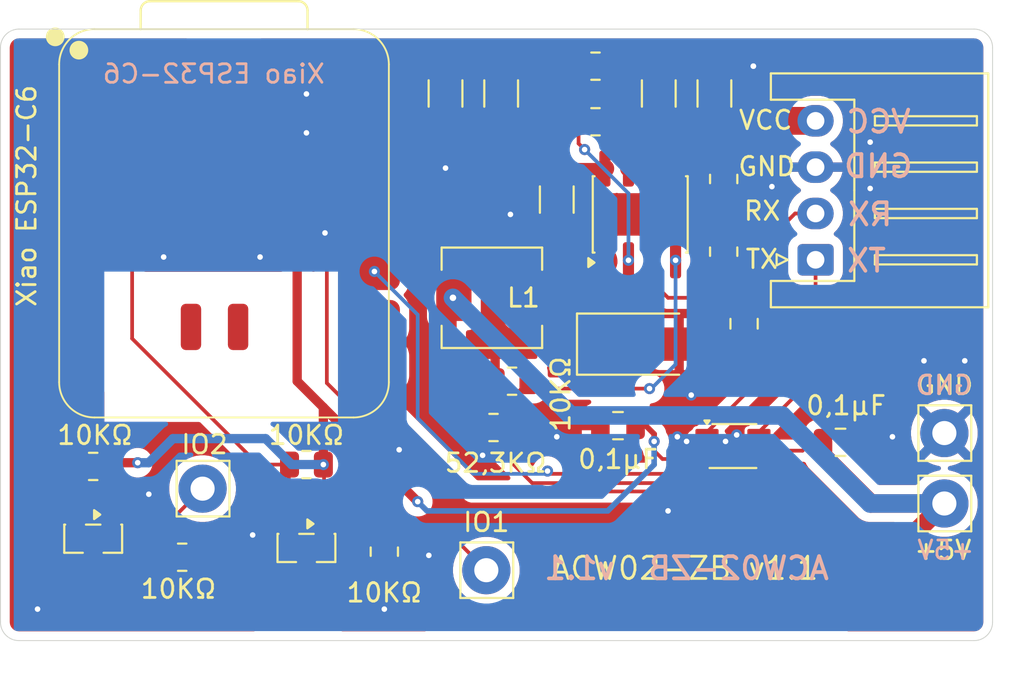
<source format=kicad_pcb>
(kicad_pcb (version 20241229) (generator "pcbnew") (generator_version "9.0")
  (layers (0 "F.Cu" signal) (2 "B.Cu" signal) (13 "F.Paste" user) (15 "B.Paste" user) (5 "F.SilkS" user "F.Silkscreen") (7 "B.SilkS" user "B.Silkscreen") (1 "F.Mask" user) (3 "B.Mask" user) (25 "Edge.Cuts" user))
  (net 0 "")
  (net 1 "+12V")
  (net 2 "GND")
  (net 3 "+5V")
  (net 4 "TX")
  (net 5 "+3.3V")
  (net 6 "RX")
  (net 7 "TX_5V")
  (net 8 "RX_5V")
  (net 9 "SW")
  (net 11 "SDA")
  (net 12 "SCL")
  (net 13 "GPIO2")
  (net 14 "GPIO1")
  (net 16 "Net-(U3-BST)")
  (net 17 "Net-(U3-COMP)")
  (net 18 "Net-(C6-Pad2)")
  (net 19 "Net-(U3-EN)")
  (net 20 "Net-(U3-FB)")
  (net 21 "Net-(U3-FREQ)")
  (net 35 "GPIO2HV")
  (net 36 "GPIO1HV")
  (footprint "Diode_SMD:D_SMA" (layer "F.Cu") (at 124.6 84)
    (property "Reference" "D1" (hide yes))
    (property "Value" "SS34")
    (fp_line (start -3.51 -1.65) (end -3.51 1.65) (stroke (width 0.12)) (layer "F.SilkS"))
    (fp_line (start -3.51 -1.65) (end 2 -1.65) (stroke (width 0.12)) (layer "F.SilkS"))
    (fp_line (start -3.51 1.65) (end 2 1.65) (stroke (width 0.12)) (layer "F.SilkS"))
    (pad "1" smd roundrect (at -2 0) (size 2.5 1.8) (layers "F.Cu" "F.Mask" "F.Paste") (roundrect_rratio 0.1388888889) (net 9 "SW"))
    (pad "2" smd roundrect (at 2 0) (size 2.5 1.8) (layers "F.Cu" "F.Mask" "F.Paste") (roundrect_rratio 0.1388888889) (net 2 "GND"))
  )
  (footprint "acw02_zb:XIAO-ESP32C6-SMD" (layer "F.Cu") (at 102.2816 77.5185)
    (property "Reference" "U1" (hide yes))
    (property "Value" "XIAO-ESP32-S3-SMD")
    (fp_line (start -9.1166 8.5345) (end -9.1166 -8.6105) (stroke (width 0.1)) (layer "F.SilkS"))
    (fp_line (start -7.2116 10.4395) (end 6.7584 10.4395) (stroke (width 0.1)) (layer "F.SilkS"))
    (fp_line (start -4.7216 -10.5155) (end -4.717872 -11.525772) (stroke (width 0.127)) (layer "F.SilkS"))
    (fp_line (start -4.217872 -12.0255) (end 3.7774 -12.0255) (stroke (width 0.127)) (layer "F.SilkS"))
    (fp_line (start 4.2774 -11.5255) (end 4.2774 -10.5155) (stroke (width 0.127)) (layer "F.SilkS"))
    (fp_line (start 6.7584 -10.5155) (end -7.2116 -10.5155) (stroke (width 0.1)) (layer "F.SilkS"))
    (fp_line (start 8.6634 8.5345) (end 8.6634 -8.6105) (stroke (width 0.1)) (layer "F.SilkS"))
    (fp_arc (start -9.1166 -8.6145) (mid -8.558638 -9.961538) (end -7.2116 -10.5195) (stroke (width 0.1)) (layer "F.SilkS"))
    (fp_arc (start -7.2116 10.4395) (mid -8.558638 9.881538) (end -9.1166 8.5345) (stroke (width 0.1)) (layer "F.SilkS"))
    (fp_arc (start -4.717872 -11.525772) (mid -4.571324 -11.879144) (end -4.217872 -12.0255) (stroke (width 0.127)) (layer "F.SilkS"))
    (fp_arc (start 3.7774 -12.0255) (mid 4.130953 -11.879053) (end 4.2774 -11.5255) (stroke (width 0.127)) (layer "F.SilkS"))
    (fp_arc (start 6.7584 -10.5155) (mid 8.105438 -9.957538) (end 8.6634 -8.6105) (stroke (width 0.1)) (layer "F.SilkS"))
    (fp_arc (start 8.6634 8.5345) (mid 8.105438 9.881538) (end 6.7584 10.4395) (stroke (width 0.1)) (layer "F.SilkS"))
    (fp_circle (center -9.3266 -10.0995) (end -9.3266 -10.3535) (stroke (width 0.5)) (fill yes) (layer "F.SilkS"))
    (fp_circle (center -8.0526 -9.3825) (end -8.0526 -9.6365) (stroke (width 0.5)) (fill yes) (layer "F.SilkS"))
    (pad "1" smd roundrect (at -8.2816 -7.5985) (size 2.75 2) (layers "F.Cu" "F.Mask" "F.Paste"))
    (pad "2" smd roundrect (at -8.2816 -5.0585) (size 2.75 2) (layers "F.Cu" "F.Mask" "F.Paste") (net 14 "GPIO1"))
    (pad "3" smd roundrect (at -8.2816 -2.5185) (size 2.75 2) (layers "F.Cu" "F.Mask" "F.Paste") (net 13 "GPIO2"))
    (pad "4" smd roundrect (at -8.2816 0.0215) (size 2.75 2) (layers "F.Cu" "F.Mask" "F.Paste"))
    (pad "5" smd roundrect (at -8.2816 2.5615) (size 2.75 2) (layers "F.Cu" "F.Mask" "F.Paste") (net 11 "SDA"))
    (pad "6" smd roundrect (at -8.2816 5.1015) (size 2.75 2) (layers "F.Cu" "F.Mask" "F.Paste") (net 12 "SCL"))
    (pad "7" smd roundrect (at -8.2816 7.6415) (size 2.75 2) (layers "F.Cu" "F.Mask" "F.Paste"))
    (pad "8" smd roundrect (at 7.8834 7.6415) (size 2.75 2) (layers "F.Cu" "F.Mask" "F.Paste"))
    (pad "9" smd roundrect (at 7.8834 5.1015) (size 2.75 2) (layers "F.Cu" "F.Mask" "F.Paste"))
    (pad "10" smd roundrect (at 7.8834 2.5615) (size 2.75 2) (layers "F.Cu" "F.Mask" "F.Paste") (net 6 "RX"))
    (pad "11" smd roundrect (at 7.8834 0.0215) (size 2.75 2) (layers "F.Cu" "F.Mask" "F.Paste") (net 4 "TX"))
    (pad "12" smd roundrect (at 7.8834 -2.5185) (size 2.75 2) (layers "F.Cu" "F.Mask" "F.Paste") (net 5 "+3.3V"))
    (pad "13" smd roundrect (at 7.8834 -5.0585) (size 2.75 2) (layers "F.Cu" "F.Mask" "F.Paste") (net 2 "GND"))
    (pad "14" smd roundrect (at 7.8834 -7.5985) (size 2.75 2) (layers "F.Cu" "F.Mask" "F.Paste") (net 3 "+5V"))
    (pad "15" smd roundrect (at -2.008 5.5532 270) (size 2.5 1.1) (layers "F.Cu" "F.Mask" "F.Paste"))
    (pad "16" smd roundrect (at 0.532 5.5532 270) (size 2.5 1.1) (layers "F.Cu" "F.Mask" "F.Paste"))
    (pad "17" smd circle (at -1.5 -8.62) (size 1.7 1.7) (layers "F.Cu" "F.Mask" "F.Paste"))
    (pad "18" smd circle (at 1.04 -8.62) (size 1.7 1.7) (layers "F.Cu" "F.Mask" "F.Paste"))
    (pad "19" smd circle (at -1.5 -6.08) (size 1.7 1.7) (layers "F.Cu" "F.Mask" "F.Paste"))
    (pad "20" smd circle (at 1.04 -6.08) (size 1.7 1.7) (layers "F.Cu" "F.Mask" "F.Paste"))
    (pad "21" smd circle (at -1.5 -3.54) (size 1.7 1.7) (layers "F.Cu" "F.Mask" "F.Paste"))
    (pad "22" smd circle (at 1.04 -3.54) (size 1.7 1.7) (layers "F.Cu" "F.Mask" "F.Paste"))
    (pad "23" smd circle (at -1.5 -1) (size 1.7 1.7) (layers "F.Cu" "F.Mask" "F.Paste"))
    (pad "24" smd circle (at 0.9474 -1.0568) (size 1.7 1.7) (layers "F.Cu" "F.Mask" "F.Paste"))
  )
  (footprint "Resistor_SMD:R_0805_2012Metric" (layer "F.Cu") (at 99.8 95.5 180)
    (property "Reference" "R10" (hide yes))
    (property "Value" "10K")
    (fp_line (start -0.227064 0.735) (end 0.227064 0.735) (stroke (width 0.12)) (layer "F.SilkS"))
    (fp_line (start -0.227064 -0.735) (end 0.227064 -0.735) (stroke (width 0.12)) (layer "F.SilkS"))
    (pad "1" smd roundrect (at -0.9125 0 180) (size 1.025 1.4) (layers "F.Cu" "F.Mask" "F.Paste") (roundrect_rratio 0.243902) (net 3 "+5V"))
    (pad "2" smd roundrect (at 0.9125 0 180) (size 1.025 1.4) (layers "F.Cu" "F.Mask" "F.Paste") (roundrect_rratio 0.243902) (net 35 "GPIO2HV"))
  )
  (footprint "Connector_Pin:Pin_D1.3mm_L11.3mm_W2.8mm_Flat" (layer "F.Cu") (at 116.2 96.2 90)
    (property "Reference" "J2" (hide yes))
    (property "Value" "Conn_01x01_Pin")
    (fp_line (start 1.5 -1.4) (end 1.5 1.45) (stroke (width 0.12)) (layer "F.SilkS"))
    (fp_line (start -1.5 -1.4) (end 1.5 -1.4) (stroke (width 0.12)) (layer "F.SilkS"))
    (fp_line (start -1.5 -1.4) (end -1.5 1.45) (stroke (width 0.12)) (layer "F.SilkS"))
    (fp_line (start -1.5 1.45) (end 1.5 1.45) (stroke (width 0.12)) (layer "F.SilkS"))
    (pad "1" thru_hole circle (at 0 0 90) (size 2.6 2.6) (drill 1.3) (layers "*.Cu" "*.Mask") (net 36 "GPIO1HV"))
  )
  (footprint "Resistor_SMD:R_0805_2012Metric" (layer "F.Cu") (at 122.0875 72 180)
    (property "Reference" "R1" (hide yes))
    (property "Value" "100K")
    (fp_line (start -0.227064 0.735) (end 0.227064 0.735) (stroke (width 0.12)) (layer "F.SilkS"))
    (fp_line (start -0.227064 -0.735) (end 0.227064 -0.735) (stroke (width 0.12)) (layer "F.SilkS"))
    (pad "1" smd roundrect (at -0.9125 0 180) (size 1.025 1.4) (layers "F.Cu" "F.Mask" "F.Paste") (roundrect_rratio 0.243902) (net 1 "+12V"))
    (pad "2" smd roundrect (at 0.9125 0 180) (size 1.025 1.4) (layers "F.Cu" "F.Mask" "F.Paste") (roundrect_rratio 0.243902) (net 19 "Net-(U3-EN)"))
  )
  (footprint "Capacitor_SMD:C_0805_2012Metric" (layer "F.Cu") (at 130.1 82.9 90)
    (property "Reference" "C6" (hide yes))
    (property "Value" "220pF")
    (fp_line (start -0.261252 -0.735) (end 0.261252 -0.735) (stroke (width 0.12)) (layer "F.SilkS"))
    (fp_line (start -0.261252 0.735) (end 0.261252 0.735) (stroke (width 0.12)) (layer "F.SilkS"))
    (pad "1" smd roundrect (at -0.95 0 90) (size 1 1.45) (layers "F.Cu" "F.Mask" "F.Paste") (net 17 "Net-(U3-COMP)"))
    (pad "2" smd roundrect (at 0.95 0 90) (size 1 1.45) (layers "F.Cu" "F.Mask" "F.Paste") (net 18 "Net-(C6-Pad2)"))
  )
  (footprint "Capacitor_SMD:C_0805_2012Metric" (layer "F.Cu") (at 123.3 88.4 180)
    (property "Reference" "C1" (hide yes))
    (property "Value" "100nF")
    (fp_line (start -0.261252 0.735) (end 0.261252 0.735) (stroke (width 0.12)) (layer "F.SilkS"))
    (fp_line (start -0.261252 -0.735) (end 0.261252 -0.735) (stroke (width 0.12)) (layer "F.SilkS"))
    (pad "1" smd roundrect (at -0.95 0 180) (size 1 1.45) (layers "F.Cu" "F.Mask" "F.Paste") (net 5 "+3.3V"))
    (pad "2" smd roundrect (at 0.95 0 180) (size 1 1.45) (layers "F.Cu" "F.Mask" "F.Paste") (net 2 "GND"))
  )
  (footprint "Capacitor_SMD:C_1206_3216Metric" (layer "F.Cu") (at 120 76.2 -90)
    (property "Reference" "C5" (hide yes))
    (property "Value" "100nF")
    (fp_line (start -0.711252 0.91) (end 0.711252 0.91) (stroke (width 0.12)) (layer "F.SilkS"))
    (fp_line (start -0.711252 -0.91) (end 0.711252 -0.91) (stroke (width 0.12)) (layer "F.SilkS"))
    (pad "1" smd roundrect (at -1.475 0 270) (size 1.15 1.8) (layers "F.Cu" "F.Mask" "F.Paste") (roundrect_rratio 0.217391) (net 16 "Net-(U3-BST)"))
    (pad "2" smd roundrect (at 1.475 0 270) (size 1.15 1.8) (layers "F.Cu" "F.Mask" "F.Paste") (roundrect_rratio 0.217391) (net 9 "SW"))
  )
  (footprint "Inductor_SMD:L_APV_APH0530" (layer "F.Cu") (at 116.5 81.5 180)
    (property "Reference" "L1" (at -1.7 0 180) (layer "F.SilkS"))
    (property "Value" "10µH")
    (fp_line (start 2.71 2.71) (end -2.71 2.71) (stroke (width 0.12)) (layer "F.SilkS"))
    (fp_line (start 2.71 1.51) (end 2.71 2.71) (stroke (width 0.12)) (layer "F.SilkS"))
    (fp_line (start 2.71 -2.71) (end 2.71 -1.51) (stroke (width 0.12)) (layer "F.SilkS"))
    (fp_line (start -2.71 2.71) (end -2.71 1.51) (stroke (width 0.12)) (layer "F.SilkS"))
    (fp_line (start -2.71 -1.51) (end -2.71 -2.71) (stroke (width 0.12)) (layer "F.SilkS"))
    (fp_line (start -2.71 -2.71) (end 2.71 -2.71) (stroke (width 0.12)) (layer "F.SilkS"))
    (pad "1" smd roundrect (at -2.05 0 180) (size 1.9 2.5) (layers "F.Cu" "F.Mask" "F.Paste") (roundrect_rratio 0.131579) (net 9 "SW"))
    (pad "2" smd roundrect (at 2.05 0 180) (size 1.9 2.5) (layers "F.Cu" "F.Mask" "F.Paste") (roundrect_rratio 0.131579) (net 3 "+5V"))
  )
  (footprint "Package_TO_SOT_SMD:SOT-23" (layer "F.Cu") (at 95 94.5 -90)
    (property "Reference" "Q1" (hide yes))
    (property "Value" "BSS138")
    (fp_line (start -0.76 1.56) (end -0.76 1.51) (stroke (width 0.12)) (layer "F.SilkS"))
    (fp_line (start 0.76 1.56) (end -0.76 1.56) (stroke (width 0.12)) (layer "F.SilkS"))
    (fp_line (start 0.76 0.56) (end 0.76 1.56) (stroke (width 0.12)) (layer "F.SilkS"))
    (fp_line (start -0.76 0.39) (end -0.76 -0.39) (stroke (width 0.12)) (layer "F.SilkS"))
    (fp_line (start -0.76 -1.51) (end -0.76 -1.56) (stroke (width 0.12)) (layer "F.SilkS"))
    (fp_line (start -0.76 -1.56) (end 0.76 -1.56) (stroke (width 0.12)) (layer "F.SilkS"))
    (fp_line (start 0.76 -1.56) (end 0.76 -0.56) (stroke (width 0.12)) (layer "F.SilkS"))
    (fp_poly (pts (xy -1.3 -0.38) (xy -1.06 -0.05) (xy -1.54 -0.05)) (stroke (width 0.12)) (fill yes) (layer "F.SilkS"))
    (pad "1" smd roundrect (at -0.9375 -0.95 270) (size 1.475 0.6) (layers "F.Cu" "F.Mask" "F.Paste") (net 5 "+3.3V"))
    (pad "2" smd roundrect (at -0.9375 0.95 270) (size 1.475 0.6) (layers "F.Cu" "F.Mask" "F.Paste") (net 13 "GPIO2"))
    (pad "3" smd roundrect (at 0.9375 0 270) (size 1.475 0.6) (layers "F.Cu" "F.Mask" "F.Paste") (net 35 "GPIO2HV"))
  )
  (footprint "Resistor_SMD:R_0805_2012Metric" (layer "F.Cu") (at 116.5875 88.5 180)
    (property "Reference" "R5" (hide yes))
    (property "Value" "52.3K")
    (fp_line (start -0.227064 0.735) (end 0.227064 0.735) (stroke (width 0.12)) (layer "F.SilkS"))
    (fp_line (start -0.227064 -0.735) (end 0.227064 -0.735) (stroke (width 0.12)) (layer "F.SilkS"))
    (pad "1" smd roundrect (at -0.9125 0 180) (size 1.025 1.4) (layers "F.Cu" "F.Mask" "F.Paste") (roundrect_rratio 0.243902) (net 20 "Net-(U3-FB)"))
    (pad "2" smd roundrect (at 0.9125 0 180) (size 1.025 1.4) (layers "F.Cu" "F.Mask" "F.Paste") (roundrect_rratio 0.243902) (net 3 "+5V"))
  )
  (footprint "Capacitor_SMD:C_1206_3216Metric" (layer "F.Cu") (at 125.5 70.475 90)
    (property "Reference" "C3" (hide yes))
    (property "Value" "100nF")
    (fp_line (start -0.711252 -0.91) (end 0.711252 -0.91) (stroke (width 0.12)) (layer "F.SilkS"))
    (fp_line (start -0.711252 0.91) (end 0.711252 0.91) (stroke (width 0.12)) (layer "F.SilkS"))
    (pad "1" smd roundrect (at -1.475 0 90) (size 1.15 1.8) (layers "F.Cu" "F.Mask" "F.Paste") (roundrect_rratio 0.217391) (net 1 "+12V"))
    (pad "2" smd roundrect (at 1.475 0 90) (size 1.15 1.8) (layers "F.Cu" "F.Mask" "F.Paste") (roundrect_rratio 0.217391) (net 2 "GND"))
  )
  (footprint "Resistor_SMD:R_0805_2012Metric" (layer "F.Cu") (at 95 90.6 180)
    (property "Reference" "R9" (hide yes))
    (property "Value" "10K")
    (fp_line (start -0.227064 0.735) (end 0.227064 0.735) (stroke (width 0.12)) (layer "F.SilkS"))
    (fp_line (start -0.227064 -0.735) (end 0.227064 -0.735) (stroke (width 0.12)) (layer "F.SilkS"))
    (pad "1" smd roundrect (at -0.9125 0 180) (size 1.025 1.4) (layers "F.Cu" "F.Mask" "F.Paste") (roundrect_rratio 0.243902) (net 5 "+3.3V"))
    (pad "2" smd roundrect (at 0.9125 0 180) (size 1.025 1.4) (layers "F.Cu" "F.Mask" "F.Paste") (roundrect_rratio 0.243902) (net 13 "GPIO2"))
  )
  (footprint "Package_SO:SOIC-8-1EP_3.9x4.9mm_P1.27mm_EP2.29x3mm" (layer "F.Cu") (at 124.5 77 90)
    (property "Reference" "U3" (hide yes))
    (property "Value" "MP1584EN-LF-Z")
    (fp_line (start 2.06 -2.56) (end 2.06 -2.465) (stroke (width 0.12)) (layer "F.SilkS"))
    (fp_line (start -2.06 -2.56) (end 2.06 -2.56) (stroke (width 0.12)) (layer "F.SilkS"))
    (fp_line (start -2.06 -2.465) (end -2.06 -2.56) (stroke (width 0.12)) (layer "F.SilkS"))
    (fp_line (start 2.06 2.465) (end 2.06 2.56) (stroke (width 0.12)) (layer "F.SilkS"))
    (fp_line (start 2.06 2.56) (end -2.06 2.56) (stroke (width 0.12)) (layer "F.SilkS"))
    (fp_line (start -2.06 2.56) (end -2.06 2.465) (stroke (width 0.12)) (layer "F.SilkS"))
    (fp_poly (pts (xy -2.6 -2.47) (xy -2.84 -2.8) (xy -2.36 -2.8)) (stroke (width 0.12)) (fill yes) (layer "F.SilkS"))
    (pad "1" smd roundrect (at -2.475 -1.905 90) (size 1.95 0.6) (layers "F.Cu" "F.Mask" "F.Paste") (net 9 "SW"))
    (pad "2" smd roundrect (at -2.475 -0.635 90) (size 1.95 0.6) (layers "F.Cu" "F.Mask" "F.Paste") (net 19 "Net-(U3-EN)"))
    (pad "3" smd roundrect (at -2.475 0.635 90) (size 1.95 0.6) (layers "F.Cu" "F.Mask" "F.Paste") (net 17 "Net-(U3-COMP)"))
    (pad "4" smd roundrect (at -2.475 1.905 90) (size 1.95 0.6) (layers "F.Cu" "F.Mask" "F.Paste") (net 20 "Net-(U3-FB)"))
    (pad "5" smd roundrect (at 2.475 1.905 90) (size 1.95 0.6) (layers "F.Cu" "F.Mask" "F.Paste") (net 2 "GND"))
    (pad "6" smd roundrect (at 2.475 0.635 90) (size 1.95 0.6) (layers "F.Cu" "F.Mask" "F.Paste") (net 21 "Net-(U3-FREQ)"))
    (pad "7" smd roundrect (at 2.475 -0.635 90) (size 1.95 0.6) (layers "F.Cu" "F.Mask" "F.Paste") (net 1 "+12V"))
    (pad "8" smd roundrect (at 2.475 -1.905 90) (size 1.95 0.6) (layers "F.Cu" "F.Mask" "F.Paste") (net 16 "Net-(U3-BST)"))
    (pad "9" smd rect (at 0 0 90) (size 2.29 3) (property pad_prop_heatsink) (layers "F.Cu" "F.Mask") (net 2 "GND"))
  )
  (footprint "Capacitor_SMD:C_1206_3216Metric" (layer "F.Cu") (at 128.5 70.475 90)
    (property "Reference" "C2" (hide yes))
    (property "Value" "10µF-25V")
    (fp_line (start -0.711252 -0.91) (end 0.711252 -0.91) (stroke (width 0.12)) (layer "F.SilkS"))
    (fp_line (start -0.711252 0.91) (end 0.711252 0.91) (stroke (width 0.12)) (layer "F.SilkS"))
    (pad "1" smd roundrect (at -1.475 0 90) (size 1.15 1.8) (layers "F.Cu" "F.Mask" "F.Paste") (roundrect_rratio 0.217391) (net 1 "+12V"))
    (pad "2" smd roundrect (at 1.475 0 90) (size 1.15 1.8) (layers "F.Cu" "F.Mask" "F.Paste") (roundrect_rratio 0.217391) (net 2 "GND"))
  )
  (footprint "Connector_Pin:Pin_D1.3mm_L11.3mm_W2.8mm_Flat" (layer "F.Cu") (at 140.9 88.8 90)
    (property "Reference" "J5" (hide yes))
    (property "Value" "Conn_01x01_Pin")
    (fp_line (start 1.5 -1.4) (end 1.5 1.45) (stroke (width 0.12)) (layer "F.SilkS"))
    (fp_line (start -1.5 -1.4) (end 1.5 -1.4) (stroke (width 0.12)) (layer "F.SilkS"))
    (fp_line (start -1.5 -1.4) (end -1.5 1.45) (stroke (width 0.12)) (layer "F.SilkS"))
    (fp_line (start -1.5 1.45) (end 1.5 1.45) (stroke (width 0.12)) (layer "F.SilkS"))
    (pad "1" thru_hole circle (at 0 0 90) (size 2.6 2.6) (drill 1.3) (layers "*.Cu" "*.Mask") (net 2 "GND"))
  )
  (footprint "Connector_Pin:Pin_D1.3mm_L11.3mm_W2.8mm_Flat" (layer "F.Cu") (at 140.9 92.6 90)
    (property "Reference" "J4" (hide yes))
    (property "Value" "Conn_01x01_Pin")
    (fp_line (start 1.5 -1.4) (end 1.5 1.45) (stroke (width 0.12)) (layer "F.SilkS"))
    (fp_line (start -1.5 -1.4) (end 1.5 -1.4) (stroke (width 0.12)) (layer "F.SilkS"))
    (fp_line (start -1.5 -1.4) (end -1.5 1.45) (stroke (width 0.12)) (layer "F.SilkS"))
    (fp_line (start -1.5 1.45) (end 1.5 1.45) (stroke (width 0.12)) (layer "F.SilkS"))
    (pad "1" thru_hole circle (at 0 0 90) (size 2.6 2.6) (drill 1.3) (layers "*.Cu" "*.Mask") (net 3 "+5V"))
  )
  (footprint "Capacitor_SMD:C_0805_2012Metric" (layer "F.Cu") (at 135.3 89.3 180)
    (property "Reference" "C4" (hide yes))
    (property "Value" "100nF")
    (fp_line (start -0.261252 0.735) (end 0.261252 0.735) (stroke (width 0.12)) (layer "F.SilkS"))
    (fp_line (start -0.261252 -0.735) (end 0.261252 -0.735) (stroke (width 0.12)) (layer "F.SilkS"))
    (pad "1" smd roundrect (at -0.95 0 180) (size 1 1.45) (layers "F.Cu" "F.Mask" "F.Paste") (net 2 "GND"))
    (pad "2" smd roundrect (at 0.95 0 180) (size 1 1.45) (layers "F.Cu" "F.Mask" "F.Paste") (net 3 "+5V"))
  )
  (footprint "Resistor_SMD:R_0805_2012Metric" (layer "F.Cu") (at 129 75.0875 -90)
    (property "Reference" "R4" (hide yes))
    (property "Value" "200K")
    (fp_line (start -0.227064 0.735) (end 0.227064 0.735) (stroke (width 0.12)) (layer "F.SilkS"))
    (fp_line (start -0.227064 -0.735) (end 0.227064 -0.735) (stroke (width 0.12)) (layer "F.SilkS"))
    (pad "1" smd roundrect (at -0.9125 0 270) (size 1.025 1.4) (layers "F.Cu" "F.Mask" "F.Paste") (roundrect_rratio 0.243902) (net 21 "Net-(U3-FREQ)"))
    (pad "2" smd roundrect (at 0.9125 0 270) (size 1.025 1.4) (layers "F.Cu" "F.Mask" "F.Paste") (roundrect_rratio 0.243902) (net 2 "GND"))
  )
  (footprint "Resistor_SMD:R_0805_2012Metric" (layer "F.Cu") (at 110.7 95.2 90)
    (property "Reference" "R8" (hide yes))
    (property "Value" "10K")
    (fp_line (start -0.227064 -0.735) (end 0.227064 -0.735) (stroke (width 0.12)) (layer "F.SilkS"))
    (fp_line (start -0.227064 0.735) (end 0.227064 0.735) (stroke (width 0.12)) (layer "F.SilkS"))
    (pad "1" smd roundrect (at -0.9125 0 90) (size 1.025 1.4) (layers "F.Cu" "F.Mask" "F.Paste") (roundrect_rratio 0.243902) (net 3 "+5V"))
    (pad "2" smd roundrect (at 0.9125 0 90) (size 1.025 1.4) (layers "F.Cu" "F.Mask" "F.Paste") (roundrect_rratio 0.243902) (net 36 "GPIO1HV"))
  )
  (footprint "Capacitor_SMD:C_1206_3216Metric" (layer "F.Cu") (at 117 70.475 -90)
    (property "Reference" "C7" (hide yes))
    (property "Value" "22µF-10V")
    (fp_line (start -0.711252 0.91) (end 0.711252 0.91) (stroke (width 0.12)) (layer "F.SilkS"))
    (fp_line (start -0.711252 -0.91) (end 0.711252 -0.91) (stroke (width 0.12)) (layer "F.SilkS"))
    (pad "1" smd roundrect (at -1.475 0 270) (size 1.15 1.8) (layers "F.Cu" "F.Mask" "F.Paste") (roundrect_rratio 0.217391) (net 3 "+5V"))
    (pad "2" smd roundrect (at 1.475 0 270) (size 1.15 1.8) (layers "F.Cu" "F.Mask" "F.Paste") (roundrect_rratio 0.217391) (net 2 "GND"))
  )
  (footprint "Resistor_SMD:R_0805_2012Metric" (layer "F.Cu") (at 122.0875 69)
    (property "Reference" "R2" (hide yes))
    (property "Value" "24.9K")
    (fp_line (start -0.227064 -0.735) (end 0.227064 -0.735) (stroke (width 0.12)) (layer "F.SilkS"))
    (fp_line (start -0.227064 0.735) (end 0.227064 0.735) (stroke (width 0.12)) (layer "F.SilkS"))
    (pad "1" smd roundrect (at -0.9125 0) (size 1.025 1.4) (layers "F.Cu" "F.Mask" "F.Paste") (roundrect_rratio 0.243902) (net 19 "Net-(U3-EN)"))
    (pad "2" smd roundrect (at 0.9125 0) (size 1.025 1.4) (layers "F.Cu" "F.Mask" "F.Paste") (roundrect_rratio 0.243902) (net 2 "GND"))
  )
  (footprint "Capacitor_SMD:C_1206_3216Metric" (layer "F.Cu") (at 114 70.475 -90)
    (property "Reference" "C8" (hide yes))
    (property "Value" "100nF")
    (fp_line (start -0.711252 0.91) (end 0.711252 0.91) (stroke (width 0.12)) (layer "F.SilkS"))
    (fp_line (start -0.711252 -0.91) (end 0.711252 -0.91) (stroke (width 0.12)) (layer "F.SilkS"))
    (pad "1" smd roundrect (at -1.475 0 270) (size 1.15 1.8) (layers "F.Cu" "F.Mask" "F.Paste") (roundrect_rratio 0.217391) (net 3 "+5V"))
    (pad "2" smd roundrect (at 1.475 0 270) (size 1.15 1.8) (layers "F.Cu" "F.Mask" "F.Paste") (roundrect_rratio 0.217391) (net 2 "GND"))
  )
  (footprint "Connector_Pin:Pin_D1.3mm_L11.3mm_W2.8mm_Flat" (layer "F.Cu") (at 100.9 91.8 90)
    (property "Reference" "J3" (hide yes))
    (property "Value" "Conn_01x01_Pin")
    (fp_line (start 1.5 -1.4) (end 1.5 1.45) (stroke (width 0.12)) (layer "F.SilkS"))
    (fp_line (start -1.5 -1.4) (end 1.5 -1.4) (stroke (width 0.12)) (layer "F.SilkS"))
    (fp_line (start -1.5 -1.4) (end -1.5 1.45) (stroke (width 0.12)) (layer "F.SilkS"))
    (fp_line (start -1.5 1.45) (end 1.5 1.45) (stroke (width 0.12)) (layer "F.SilkS"))
    (pad "1" thru_hole circle (at 0 0 90) (size 2.6 2.6) (drill 1.3) (layers "*.Cu" "*.Mask") (net 35 "GPIO2HV"))
  )
  (footprint "Connector_JST:JST_XH_S4B-XH-A_1x04_P2.50mm_Horizontal" (layer "F.Cu") (at 133.955 79.45 90)
    (property "Reference" "J1" (hide yes))
    (property "Value" "Conn_01x04_Socket")
    (fp_line (start 10.06 -2.41) (end 8.64 -2.41) (stroke (width 0.12)) (layer "F.SilkS"))
    (fp_line (start 8.64 -2.41) (end 8.64 2.09) (stroke (width 0.12)) (layer "F.SilkS"))
    (fp_line (start -1.14 -2.41) (end -1.14 2.09) (stroke (width 0.12)) (layer "F.SilkS"))
    (fp_line (start -2.56 -2.41) (end -1.14 -2.41) (stroke (width 0.12)) (layer "F.SilkS"))
    (fp_line (start 0.3 -2.1) (end 0 -1.5) (stroke (width 0.12)) (layer "F.SilkS"))
    (fp_line (start -0.3 -2.1) (end 0.3 -2.1) (stroke (width 0.12)) (layer "F.SilkS"))
    (fp_line (start 0 -1.5) (end -0.3 -2.1) (stroke (width 0.12)) (layer "F.SilkS"))
    (fp_line (start 8.64 2.09) (end 3.75 2.09) (stroke (width 0.12)) (layer "F.SilkS"))
    (fp_line (start -1.14 2.09) (end 3.75 2.09) (stroke (width 0.12)) (layer "F.SilkS"))
    (fp_line (start 7.75 3.2) (end 7.25 3.2) (stroke (width 0.12)) (layer "F.SilkS"))
    (fp_line (start 7.25 3.2) (end 7.25 8.7) (stroke (width 0.12)) (layer "F.SilkS"))
    (fp_line (start 5.25 3.2) (end 4.75 3.2) (stroke (width 0.12)) (layer "F.SilkS"))
    (fp_line (start 4.75 3.2) (end 4.75 8.7) (stroke (width 0.12)) (layer "F.SilkS"))
    (fp_line (start 2.75 3.2) (end 2.25 3.2) (stroke (width 0.12)) (layer "F.SilkS"))
    (fp_line (start 2.25 3.2) (end 2.25 8.7) (stroke (width 0.12)) (layer "F.SilkS"))
    (fp_line (start 0.25 3.2) (end -0.25 3.2) (stroke (width 0.12)) (layer "F.SilkS"))
    (fp_line (start -0.25 3.2) (end -0.25 8.7) (stroke (width 0.12)) (layer "F.SilkS"))
    (fp_line (start 7.75 8.7) (end 7.75 3.2) (stroke (width 0.12)) (layer "F.SilkS"))
    (fp_line (start 7.25 8.7) (end 7.75 8.7) (stroke (width 0.12)) (layer "F.SilkS"))
    (fp_line (start 5.25 8.7) (end 5.25 3.2) (stroke (width 0.12)) (layer "F.SilkS"))
    (fp_line (start 4.75 8.7) (end 5.25 8.7) (stroke (width 0.12)) (layer "F.SilkS"))
    (fp_line (start 2.75 8.7) (end 2.75 3.2) (stroke (width 0.12)) (layer "F.SilkS"))
    (fp_line (start 2.25 8.7) (end 2.75 8.7) (stroke (width 0.12)) (layer "F.SilkS"))
    (fp_line (start 0.25 8.7) (end 0.25 3.2) (stroke (width 0.12)) (layer "F.SilkS"))
    (fp_line (start -0.25 8.7) (end 0.25 8.7) (stroke (width 0.12)) (layer "F.SilkS"))
    (fp_line (start 10.06 9.31) (end 10.06 -2.41) (stroke (width 0.12)) (layer "F.SilkS"))
    (fp_line (start 3.75 9.31) (end 10.06 9.31) (stroke (width 0.12)) (layer "F.SilkS"))
    (fp_line (start 3.75 9.31) (end -2.56 9.31) (stroke (width 0.12)) (layer "F.SilkS"))
    (fp_line (start -2.56 9.31) (end -2.56 -2.41) (stroke (width 0.12)) (layer "F.SilkS"))
    (pad "1" thru_hole roundrect (at 0 0 90) (size 1.7 1.95) (drill 0.95) (layers "*.Cu" "*.Mask") (roundrect_rratio 0.147059) (net 8 "RX_5V"))
    (pad "2" thru_hole oval (at 2.5 0 90) (size 1.7 1.95) (drill 0.95) (layers "*.Cu" "*.Mask") (net 7 "TX_5V"))
    (pad "3" thru_hole oval (at 5 0 90) (size 1.7 1.95) (drill 0.95) (layers "*.Cu" "*.Mask") (net 2 "GND"))
    (pad "4" thru_hole oval (at 7.5 0 90) (size 1.7 1.95) (drill 0.95) (layers "*.Cu" "*.Mask") (net 1 "+12V"))
  )
  (footprint "Package_SO:VSSOP-8_2.3x2mm_P0.5mm" (layer "F.Cu") (at 129.5 89.5)
    (property "Reference" "U2" (hide yes))
    (property "Value" "TXB0102DCU")
    (fp_line (start -1.105568 -1.185) (end 1.26 -1.185) (stroke (width 0.12)) (layer "F.SilkS"))
    (fp_line (start 1.26 1.185) (end -1.26 1.185) (stroke (width 0.12)) (layer "F.SilkS"))
    (fp_poly (pts (xy -1.4 -1.19) (xy -1.54 -1.38) (xy -1.26 -1.38)) (stroke (width 0.12)) (fill yes) (layer "F.SilkS"))
    (pad "1" smd roundrect (at -1.4 -0.75) (size 1.25 0.35) (layers "F.Cu" "F.Mask" "F.Paste") (net 7 "TX_5V"))
    (pad "2" smd roundrect (at -1.4 -0.25) (size 1.25 0.35) (layers "F.Cu" "F.Mask" "F.Paste") (net 2 "GND"))
    (pad "3" smd roundrect (at -1.4 0.25) (size 1.25 0.35) (layers "F.Cu" "F.Mask" "F.Paste") (net 5 "+3.3V"))
    (pad "4" smd roundrect (at -1.4 0.75) (size 1.25 0.35) (layers "F.Cu" "F.Mask" "F.Paste") (net 6 "RX"))
    (pad "5" smd roundrect (at 1.4 0.75) (size 1.25 0.35) (layers "F.Cu" "F.Mask" "F.Paste") (net 4 "TX"))
    (pad "6" smd roundrect (at 1.4 0.25) (size 1.25 0.35) (layers "F.Cu" "F.Mask" "F.Paste") (net 3 "+5V"))
    (pad "7" smd roundrect (at 1.4 -0.25) (size 1.25 0.35) (layers "F.Cu" "F.Mask" "F.Paste") (net 3 "+5V"))
    (pad "8" smd roundrect (at 1.4 -0.75) (size 1.25 0.35) (layers "F.Cu" "F.Mask" "F.Paste") (net 8 "RX_5V"))
  )
  (footprint "Resistor_SMD:R_0805_2012Metric" (layer "F.Cu") (at 129 79.01 90)
    (property "Reference" "R6" (hide yes))
    (property "Value" "10K")
    (fp_line (start -0.227064 -0.735) (end 0.227064 -0.735) (stroke (width 0.12)) (layer "F.SilkS"))
    (fp_line (start -0.227064 0.735) (end 0.227064 0.735) (stroke (width 0.12)) (layer "F.SilkS"))
    (pad "1" smd roundrect (at -0.9125 0 90) (size 1.025 1.4) (layers "F.Cu" "F.Mask" "F.Paste") (roundrect_rratio 0.243902) (net 18 "Net-(C6-Pad2)"))
    (pad "2" smd roundrect (at 0.9125 0 90) (size 1.025 1.4) (layers "F.Cu" "F.Mask" "F.Paste") (roundrect_rratio 0.243902) (net 2 "GND"))
  )
  (footprint "Resistor_SMD:R_0805_2012Metric" (layer "F.Cu") (at 106.5 90.5 180)
    (property "Reference" "R7" (hide yes))
    (property "Value" "10K")
    (fp_line (start -0.227064 0.735) (end 0.227064 0.735) (stroke (width 0.12)) (layer "F.SilkS"))
    (fp_line (start -0.227064 -0.735) (end 0.227064 -0.735) (stroke (width 0.12)) (layer "F.SilkS"))
    (pad "1" smd roundrect (at -0.9125 0 180) (size 1.025 1.4) (layers "F.Cu" "F.Mask" "F.Paste") (roundrect_rratio 0.243902) (net 5 "+3.3V"))
    (pad "2" smd roundrect (at 0.9125 0 180) (size 1.025 1.4) (layers "F.Cu" "F.Mask" "F.Paste") (roundrect_rratio 0.243902) (net 14 "GPIO1"))
  )
  (footprint "Resistor_SMD:R_0805_2012Metric" (layer "F.Cu") (at 117.5875 86 180)
    (property "Reference" "R3" (hide yes))
    (property "Value" "10K")
    (fp_line (start -0.227064 0.735) (end 0.227064 0.735) (stroke (width 0.12)) (layer "F.SilkS"))
    (fp_line (start -0.227064 -0.735) (end 0.227064 -0.735) (stroke (width 0.12)) (layer "F.SilkS"))
    (pad "1" smd roundrect (at -0.9125 0 180) (size 1.025 1.4) (layers "F.Cu" "F.Mask" "F.Paste") (roundrect_rratio 0.243902) (net 20 "Net-(U3-FB)"))
    (pad "2" smd roundrect (at 0.9125 0 180) (size 1.025 1.4) (layers "F.Cu" "F.Mask" "F.Paste") (roundrect_rratio 0.243902) (net 2 "GND"))
  )
  (footprint "Package_TO_SOT_SMD:SOT-23" (layer "F.Cu") (at 106.5 95 -90)
    (property "Reference" "Q2" (hide yes))
    (property "Value" "BSS138")
    (fp_line (start -0.76 1.56) (end -0.76 1.51) (stroke (width 0.12)) (layer "F.SilkS"))
    (fp_line (start 0.76 1.56) (end -0.76 1.56) (stroke (width 0.12)) (layer "F.SilkS"))
    (fp_line (start 0.76 0.56) (end 0.76 1.56) (stroke (width 0.12)) (layer "F.SilkS"))
    (fp_line (start -0.76 0.39) (end -0.76 -0.39) (stroke (width 0.12)) (layer "F.SilkS"))
    (fp_line (start -0.76 -1.51) (end -0.76 -1.56) (stroke (width 0.12)) (layer "F.SilkS"))
    (fp_line (start -0.76 -1.56) (end 0.76 -1.56) (stroke (width 0.12)) (layer "F.SilkS"))
    (fp_line (start 0.76 -1.56) (end 0.76 -0.56) (stroke (width 0.12)) (layer "F.SilkS"))
    (fp_poly (pts (xy -1.3 -0.38) (xy -1.06 -0.05) (xy -1.54 -0.05)) (stroke (width 0.12)) (fill yes) (layer "F.SilkS"))
    (pad "1" smd roundrect (at -0.9375 -0.95 270) (size 1.475 0.6) (layers "F.Cu" "F.Mask" "F.Paste") (net 5 "+3.3V"))
    (pad "2" smd roundrect (at -0.9375 0.95 270) (size 1.475 0.6) (layers "F.Cu" "F.Mask" "F.Paste") (net 14 "GPIO1"))
    (pad "3" smd roundrect (at 0.9375 0 270) (size 1.475 0.6) (layers "F.Cu" "F.Mask" "F.Paste") (net 36 "GPIO1HV"))
  )
  (gr_line (start 143.5 68) (end 143.5 99) (stroke (width 0.05)) (layer "Edge.Cuts"))
  (gr_line (start 91 67) (end 142.5 67) (stroke (width 0.05)) (layer "Edge.Cuts"))
  (gr_line (start 142.5 100) (end 91 100) (stroke (width 0.05)) (layer "Edge.Cuts"))
  (gr_arc (start 90 68) (mid 90.292893 67.292893) (end 91 67) (stroke (width 0.05)) (layer "Edge.Cuts"))
  (gr_arc (start 143.5 99) (mid 143.207107 99.707107) (end 142.5 100) (stroke (width 0.05)) (layer "Edge.Cuts"))
  (gr_line (start 90 99) (end 90 68) (stroke (width 0.05)) (layer "Edge.Cuts"))
  (gr_arc (start 142.5 67) (mid 143.207107 67.292893) (end 143.5 68) (stroke (width 0.05)) (layer "Edge.Cuts"))
  (gr_arc (start 91 100) (mid 90.292893 99.707107) (end 90 99) (stroke (width 0.05)) (layer "Edge.Cuts"))
  (gr_text "10KΩ" (at 95.1 89.5 0) (layer "F.SilkS") (effects (font (size 1 1)) (justify bottom)))
  (gr_text "0,1µF" (at 135.6 87.9 0) (layer "F.SilkS") (effects (font (size 1 1)) (justify bottom)))
  (gr_text "GND" (at 139.3 86.8 0) (layer "F.SilkS") (effects (font (size 1 1) (thickness 0.15) (bold yes)) (justify left bottom)))
  (gr_text "10KΩ" (at 110.7 98 0) (layer "F.SilkS") (effects (font (size 1 1)) (justify bottom)))
  (gr_text "10KΩ" (at 106.5 89.5 0) (layer "F.SilkS") (effects (font (size 1 1)) (justify bottom)))
  (gr_text "0,1µF" (at 123.3 90.8 0) (layer "F.SilkS") (effects (font (size 1 1)) (justify bottom)))
  (gr_text "10KΩ" (at 120.8 86.7 90) (layer "F.SilkS") (effects (font (size 1 1)) (justify bottom)))
  (gr_text "52,3KΩ" (at 116.7 91 0) (layer "F.SilkS") (effects (font (size 1 1)) (justify bottom)))
  (gr_text "TX" (at 130.1 80 0) (layer "F.SilkS") (effects (font (size 1 1) (thickness 0.15) (bold yes)) (justify left bottom)))
  (gr_text "10KΩ" (at 99.6 97.8 0) (layer "F.SilkS") (effects (font (size 1 1)) (justify bottom)))
  (gr_text "ACW02-ZB v1.1" (at 126.9 96.8 0) (layer "F.SilkS") (effects (font (size 1.2 1.2)) (justify bottom)))
  (gr_text "IO1" (at 116.2 94.2 0) (layer "F.SilkS") (effects (font (size 1 1)) (justify bottom)))
  (gr_text "+5V" (at 139.2 95.7 0) (layer "F.SilkS") (effects (font (size 1 1) (thickness 0.15) (bold yes)) (justify left bottom)))
  (gr_text "VCC" (at 129.735 72.5 0) (layer "F.SilkS") (effects (font (size 1 1) (thickness 0.15) (bold yes)) (justify left bottom)))
  (gr_text "GND" (at 129.7 75 0) (layer "F.SilkS") (effects (font (size 1 1) (thickness 0.15) (bold yes)) (justify left bottom)))
  (gr_text "IO2" (at 101 90 0) (layer "F.SilkS") (effects (font (size 1 1)) (justify bottom)))
  (gr_text "RX" (at 130 77.4 0) (layer "F.SilkS") (effects (font (size 1 1) (thickness 0.15) (bold yes)) (justify left bottom)))
  (gr_text "Xiao ESP32-C6" (at 92 76 90) (layer "F.SilkS") (effects (font (size 1 1)) (justify bottom)))
  (gr_text "ACW02-ZB  v1.1" (at 127 96.8 0) (layer "B.SilkS") (effects (font (size 1.2 1.2) (thickness 0.2) (bold yes)) (justify bottom mirror)))
  (gr_text "TX" (at 136.7 80.2 0) (layer "B.SilkS") (effects (font (size 1.2 1.2) (thickness 0.2) (bold yes)) (justify bottom mirror)))
  (gr_text "RX" (at 138.2 77.7 0) (layer "B.SilkS") (effects (font (size 1.2 1.2) (thickness 0.2) (bold yes)) (justify left bottom mirror)))
  (gr_text "VCC" (at 139.2 72.7 0) (layer "B.SilkS") (effects (font (size 1.2 1.2) (thickness 0.2) (bold yes)) (justify left bottom mirror)))
  (gr_text "GND" (at 139.3 75.1 0) (layer "B.SilkS") (effects (font (size 1.2 1.2) (thickness 0.2) (bold yes)) (justify left bottom mirror)))
  (gr_text "Xiao ESP32-C6" (at 101.5 70 0) (layer "B.SilkS") (effects (font (size 1 1)) (justify bottom mirror)))
  (gr_text "+5V" (at 142.6 95.7 -0) (layer "B.SilkS") (effects (font (size 1 1) (thickness 0.15) (bold yes)) (justify left bottom mirror)))
  (gr_text "GND" (at 142.5 86.8 -0) (layer "B.SilkS") (effects (font (size 1 1) (thickness 0.15) (bold yes)) (justify left bottom mirror)))
  (segment (start 123 72) (end 123 72.252372) (width 1.5) (layer "F.Cu") (net 1))
  (segment (start 123 72.252372) (end 123.865 73.117372) (width 1.5) (layer "F.Cu") (net 1))
  (segment (start 123.05 71.95) (end 123 72) (width 1.5) (layer "F.Cu") (net 1))
  (segment (start 133.955 71.95) (end 128.5 71.95) (width 1.5) (layer "F.Cu") (net 1))
  (segment (start 125.5 71.95) (end 123.05 71.95) (width 1.5) (layer "F.Cu") (net 1))
  (segment (start 128.5 71.95) (end 125.5 71.95) (width 1.5) (layer "F.Cu") (net 1))
  (segment (start 123.865 74.525) (end 123.865 73.117372) (width 0.9) (layer "F.Cu") (net 1))
  (segment (start 113.49 72.46) (end 114 71.95) (width 2) (layer "F.Cu") (net 2))
  (segment (start 129.1 89.25) (end 129.35 89.25) (width 0.3) (layer "F.Cu") (net 2))
  (segment (start 129.35 89.25) (end 129.7 88.9) (width 0.3) (layer "F.Cu") (net 2))
  (segment (start 127 89.25) (end 126.75 89.25) (width 0.3) (layer "F.Cu") (net 2))
  (segment (start 126.75 89.25) (end 126.5 89) (width 0.3) (layer "F.Cu") (net 2))
  (segment (start 110.165 72.46) (end 113.49 72.46) (width 2) (layer "F.Cu") (net 2))
  (segment (start 114 71.95) (end 117 71.95) (width 2) (layer "F.Cu") (net 2))
  (segment (start 128.1 89.25) (end 127 89.25) (width 0.3) (layer "F.Cu") (net 2))
  (segment (start 128.1 89.25) (end 129.1 89.25) (width 0.3) (layer "F.Cu") (net 2))
  (via (at 129.7 88.9) (size 0.6) (drill 0.3) (layers "F.Cu" "B.Cu") (net 2))
  (via (at 110.7 98.3) (size 0.6) (drill 0.3) (layers "F.Cu" "B.Cu") (net 2))
  (via (at 139.8 84.9) (size 0.6) (drill 0.3) (layers "F.Cu" "B.Cu") (net 2))
  (via (at 127 89.25) (size 0.6) (drill 0.3) (layers "F.Cu" "B.Cu") (net 2))
  (via (at 126 93) (size 0.6) (drill 0.3) (layers "F.Cu" "B.Cu") (net 2))
  (via (at 98.8 79.3) (size 0.6) (drill 0.3) (layers "F.Cu" "B.Cu") (net 2))
  (via (at 117.5 77) (size 0.6) (drill 0.3) (layers "F.Cu" "B.Cu") (net 2))
  (via (at 104 79.3) (size 0.6) (drill 0.3) (layers "F.Cu" "B.Cu") (net 2))
  (via (at 92 98.3) (size 0.6) (drill 0.3) (layers "F.Cu" "B.Cu") (net 2))
  (via (at 120 89) (size 0.6) (drill 0.3) (layers "F.Cu" "B.Cu") (net 2))
  (via (at 106.5 70.5) (size 0.6) (drill 0.3) (layers "F.Cu" "B.Cu") (net 2))
  (via (at 127.25 86.75) (size 0.6) (drill 0.3) (layers "F.Cu" "B.Cu") (net 2))
  (via (at 103.6 94.3) (size 0.6) (drill 0.3) (layers "F.Cu" "B.Cu") (net 2))
  (via (at 130.6 69) (size 0.6) (drill 0.3) (layers "F.Cu" "B.Cu") (net 2))
  (via (at 130.6 69) (size 0.6) (drill 0.3) (layers "F.Cu" "B.Cu") (net 2))
  (via (at 136.9 73.1) (size 0.6) (drill 0.3) (layers "F.Cu" "B.Cu") (net 2))
  (via (at 136.9 75.6) (size 0.6) (drill 0.3) (layers "F.Cu" "B.Cu") (net 2))
  (via (at 106.5 72.6) (size 0.6) (drill 0.3) (layers "F.Cu" "B.Cu") (net 2))
  (via (at 142 84.9) (size 0.6) (drill 0.3) (layers "F.Cu" "B.Cu") (net 2))
  (via (at 113.1 95.4) (size 0.6) (drill 0.3) (layers "F.Cu" "B.Cu") (net 2))
  (via (at 116 90) (size 0.6) (drill 0.3) (layers "F.Cu" "B.Cu") (net 2))
  (via (at 114 74.5) (size 0.6) (drill 0.3) (layers "F.Cu" "B.Cu") (net 2))
  (via (at 131.6 75.5) (size 0.6) (drill 0.3) (layers "F.Cu" "B.Cu") (net 2))
  (via (at 126.5 89) (size 0.6) (drill 0.3) (layers "F.Cu" "B.Cu") (net 2))
  (via (at 98 92.1) (size 0.6) (drill 0.3) (layers "F.Cu" "B.Cu") (net 2))
  (via (at 129.1 89.25) (size 0.6) (drill 0.3) (layers "F.Cu" "B.Cu") (net 2))
  (via (at 107.5 78) (size 0.6) (drill 0.3) (layers "F.Cu" "B.Cu") (net 2))
  (via (at 138.1 89) (size 0.6) (drill 0.3) (layers "F.Cu" "B.Cu") (net 2))
  (via (at 111.5 89.7) (size 0.6) (drill 0.3) (layers "F.Cu" "B.Cu") (net 2))
  (segment (start 140.9 92.6) (end 136.925 92.6) (width 1) (layer "F.Cu") (net 3))
  (segment (start 134.7 98.8) (end 140.9 92.6) (width 1) (layer "F.Cu") (net 3))
  (segment (start 110.2875 96.1125) (end 110.7 96.1125) (width 1) (layer "F.Cu") (net 3))
  (segment (start 114.4 77.651222) (end 114.4 81.45) (width 1) (layer "F.Cu") (net 3))
  (segment (start 119.5 72.551222) (end 114.4 77.651222) (width 1) (layer "F.Cu") (net 3))
  (segment (start 115.5 88.5) (end 115.675 88.5) (width 1) (layer "F.Cu") (net 3))
  (segment (start 133.7 89.3) (end 134.35 89.3) (width 0.2) (layer "F.Cu") (net 3))
  (segment (start 118.5 69) (end 119.5 70) (width 1) (layer "F.Cu") (net 3))
  (segment (start 130.024 90.019864) (end 130.024 90.276) (width 0.2) (layer "F.Cu") (net 3))
  (segment (start 112 69) (end 114 69) (width 1) (layer "F.Cu") (net 3))
  (segment (start 128.8 91.5) (end 118.675 91.5) (width 0.2) (layer "F.Cu") (net 3))
  (segment (start 114 69) (end 117 69) (width 1) (layer "F.Cu") (net 3))
  (segment (start 130.9 89.75) (end 133.25 89.75) (width 0.2) (layer "F.Cu") (net 3))
  (segment (start 119.5 70) (end 119.5 72.551222) (width 1) (layer "F.Cu") (net 3))
  (segment (start 114.25 81.5) (end 114.3 81.55) (width 1) (layer "F.Cu") (net 3))
  (segment (start 130.219864 89.824) (end 130.024 90.019864) (width 0.2) (layer "F.Cu") (net 3))
  (segment (start 110.7 96.1125) (end 111.2125 96.1125) (width 1) (layer "F.Cu") (net 3))
  (segment (start 136.925 92.6) (end 134.35 90.025) (width 1) (layer "F.Cu") (net 3))
  (segment (start 101.2 95.5) (end 104 98.3) (width 1) (layer "F.Cu") (net 3))
  (segment (start 114.45 81.5) (end 114.25 81.5) (width 1) (layer "F.Cu") (net 3))
  (segment (start 130.9 89.75) (end 130.35 89.75) (width 0.2) (layer "F.Cu") (net 3))
  (segment (start 110.165 69.92) (end 111.08 69.92) (width 1) (layer "F.Cu") (net 3))
  (segment (start 117 69) (end 118.5 69) (width 1) (layer "F.Cu") (net 3))
  (segment (start 114.3 81.55) (end 114.3 87.3) (width 0.6) (layer "F.Cu") (net 3))
  (segment (start 130.9 89.25) (end 130.9 89.75) (width 0.2) (layer "F.Cu") (net 3))
  (segment (start 104 98.3) (end 108.1 98.3) (width 1) (layer "F.Cu") (net 3))
  (segment (start 133.25 89.75) (end 133.7 89.3) (width 0.2) (layer "F.Cu") (net 3))
  (segment (start 114.4 81.45) (end 114.45 81.5) (width 1) (layer "F.Cu") (net 3))
  (segment (start 118.675 91.5) (end 115.675 88.5) (width 0.2) (layer "F.Cu") (net 3))
  (segment (start 100.7125 95.5) (end 101.2 95.5) (width 1) (layer "F.Cu") (net 3))
  (segment (start 130.35 89.75) (end 130.276 89.824) (width 0.2) (layer "F.Cu") (net 3))
  (segment (start 114.3 87.3) (end 115.5 88.5) (width 0.6) (layer "F.Cu") (net 3))
  (segment (start 111.08 69.92) (end 112 69) (width 1) (layer "F.Cu") (net 3))
  (segment (start 130.024 90.276) (end 128.8 91.5) (width 0.2) (layer "F.Cu") (net 3))
  (segment (start 130.276 89.824) (end 130.219864 89.824) (width 0.2) (layer "F.Cu") (net 3))
  (segment (start 111.2125 96.1125) (end 113.9 98.8) (width 1) (layer "F.Cu") (net 3))
  (segment (start 134.35 90.025) (end 134.35 89.3) (width 1) (layer "F.Cu") (net 3))
  (segment (start 113.9 98.8) (end 134.7 98.8) (width 1) (layer "F.Cu") (net 3))
  (segment (start 108.1 98.3) (end 110.2875 96.1125) (width 1) (layer "F.Cu") (net 3))
  (via (at 114.4 81.5) (size 0.7) (drill 0.35) (layers "F.Cu" "B.Cu") (net 3))
  (segment (start 120.749 87.849) (end 114.4 81.5) (width 1) (layer "B.Cu") (net 3))
  (segment (start 140.9 92.6) (end 136.9 92.6) (width 1) (layer "B.Cu") (net 3))
  (segment (start 132.149 87.849) (end 120.749 87.849) (width 1) (layer "B.Cu") (net 3))
  (segment (start 136.9 92.6) (end 132.149 87.849) (width 1) (layer "B.Cu") (net 3))
  (segment (start 107.6 86.1) (end 107.6 79.4) (width 0.2) (layer "F.Cu") (net 4))
  (segment (start 115.451 91.951) (end 111.5 88) (width 0.2) (layer "F.Cu") (net 4))
  (segment (start 111.5 88) (end 109.5 88) (width 0.2) (layer "F.Cu") (net 4))
  (segment (start 109.46 77.54) (end 110.165 77.54) (width 0.2) (layer "F.Cu") (net 4))
  (segment (start 107.6 79.4) (end 109.46 77.54) (width 0.2) (layer "F.Cu") (net 4))
  (segment (start 109.5 88) (end 107.6 86.1) (width 0.2) (layer "F.Cu") (net 4))
  (segment (start 129.199 91.951) (end 115.451 91.951) (width 0.2) (layer "F.Cu") (net 4))
  (segment (start 130.9 90.25) (end 129.199 91.951) (width 0.2) (layer "F.Cu") (net 4))
  (segment (start 107.4125 87.4125) (end 106 86) (width 0.5) (layer "F.Cu") (net 5))
  (segment (start 95.9125 93.525) (end 95.95 93.5625) (width 0.2) (layer "F.Cu") (net 5))
  (segment (start 125.25 89.75) (end 125.7 90.2) (width 0.2) (layer "F.Cu") (net 5))
  (segment (start 125.25 89.25) (end 125.25 88.85) (width 0.3) (layer "F.Cu") (net 5))
  (segment (start 125.7 90.2) (end 127.043864 90.2) (width 0.2) (layer "F.Cu") (net 5))
  (segment (start 106 86) (end 106 78) (width 0.5) (layer "F.Cu") (net 5))
  (segment (start 106 78) (end 109 75) (width 0.5) (layer "F.Cu") (net 5))
  (segment (start 124.8 88.4) (end 124.25 88.4) (width 0.3) (layer "F.Cu") (net 5))
  (segment (start 109 75) (end 110.165 75) (width 0.5) (layer "F.Cu") (net 5))
  (segment (start 127.419864 89.824) (end 128.026 89.824) (width 0.2) (layer "F.Cu") (net 5))
  (segment (start 96.1125 90.4) (end 95.9125 90.6) (width 0.5) (layer "F.Cu") (net 5))
  (segment (start 127.043864 90.2) (end 127.419864 89.824) (width 0.2) (layer "F.Cu") (net 5))
  (segment (start 125.25 89.25) (end 125.25 89.75) (width 0.2) (layer "F.Cu") (net 5))
  (segment (start 128.026 89.824) (end 128.1 89.75) (width 0.2) (layer "F.Cu") (net 5))
  (segment (start 125.25 88.85) (end 124.8 88.4) (width 0.3) (layer "F.Cu") (net 5))
  (segment (start 95.9125 90.6) (end 95.9125 93.525) (width 0.2) (layer "F.Cu") (net 5))
  (segment (start 97.4 90.4) (end 96.1125 90.4) (width 0.5) (layer "F.Cu") (net 5))
  (segment (start 107.45 90.5375) (end 107.4125 90.5) (width 0.2) (layer "F.Cu") (net 5))
  (segment (start 107.4125 90.5) (end 107.4125 87.4125) (width 0.5) (layer "F.Cu") (net 5))
  (segment (start 112.5 92.5) (end 107.4125 87.4125) (width 0.5) (layer "F.Cu") (net 5))
  (segment (start 107.45 94.0625) (end 107.45 90.5375) (width 0.2) (layer "F.Cu") (net 5))
  (via (at 112.5 92.5) (size 0.6) (drill 0.3) (layers "F.Cu" "B.Cu") (net 5))
  (via (at 107.4125 90.5) (size 0.6) (drill 0.3) (layers "F.Cu" "B.Cu") (net 5))
  (via (at 97.4 90.4) (size 0.6) (drill 0.3) (layers "F.Cu" "B.Cu") (net 5))
  (via (at 125.25 89.25) (size 0.6) (drill 0.3) (layers "F.Cu" "B.Cu") (net 5))
  (segment (start 122.75 93) (end 113 93) (width 0.3) (layer "B.Cu") (net 5))
  (segment (start 104.3 89.1) (end 105.7 90.5) (width 0.5) (layer "B.Cu") (net 5))
  (segment (start 99.3 89.1) (end 104.3 89.1) (width 0.5) (layer "B.Cu") (net 5))
  (segment (start 125.25 90.5) (end 122.75 93) (width 0.3) (layer "B.Cu") (net 5))
  (segment (start 125.25 89.25) (end 125.25 90.5) (width 0.3) (layer "B.Cu") (net 5))
  (segment (start 105.7 90.5) (end 107.4125 90.5) (width 0.5) (layer "B.Cu") (net 5))
  (segment (start 98 90.4) (end 99.3 89.1) (width 0.5) (layer "B.Cu") (net 5))
  (segment (start 113 93) (end 112.5 92.5) (width 0.3) (layer "B.Cu") (net 5))
  (segment (start 97.4 90.4) (end 98 90.4) (width 0.5) (layer "B.Cu") (net 5))
  (segment (start 119.65 91) (end 127.25 91) (width 0.2) (layer "F.Cu") (net 6))
  (segment (start 128 90.25) (end 128.1 90.25) (width 0.2) (layer "F.Cu") (net 6))
  (segment (start 127.25 91) (end 128 90.25) (width 0.2) (layer "F.Cu") (net 6))
  (segment (start 119.5 90.85) (end 119.65 91) (width 0.2) (layer "F.Cu") (net 6))
  (via (at 110.165 80.08) (size 0.6) (drill 0.3) (layers "F.Cu" "B.Cu") (net 6))
  (via (at 119.5 90.85) (size 0.6) (drill 0.3) (layers "F.Cu" "B.Cu") (net 6))
  (segment (start 112.5 82.415) (end 110.165 80.08) (width 0.2) (layer "B.Cu") (net 6))
  (segment (start 119.35 91) (end 115.5 91) (width 0.2) (layer "B.Cu") (net 6))
  (segment (start 115.5 91) (end 112.5 88) (width 0.2) (layer "B.Cu") (net 6))
  (segment (start 119.5 90.85) (end 119.35 91) (width 0.2) (layer "B.Cu") (net 6))
  (segment (start 112.5 88) (end 112.5 82.415) (width 0.2) (layer "B.Cu") (net 6))
  (segment (start 132 84.85) (end 128.1 88.75) (width 0.2) (layer "F.Cu") (net 7))
  (segment (start 132 77.8) (end 132 84.85) (width 0.2) (layer "F.Cu") (net 7))
  (segment (start 132.85 76.95) (end 132 77.8) (width 0.2) (layer "F.Cu") (net 7))
  (segment (start 133.955 76.95) (end 132.85 76.95) (width 0.2) (layer "F.Cu") (net 7))
  (segment (start 133.955 79.45) (end 133.955 85.695) (width 0.2) (layer "F.Cu") (net 8))
  (segment (start 133.955 85.695) (end 130.9 88.75) (width 0.2) (layer "F.Cu") (net 8))
  (segment (start 122.6 84) (end 120.1 84) (width 1.5) (layer "F.Cu") (net 9))
  (segment (start 118.55 81.5) (end 118.8 81.5) (width 1.5) (layer "F.Cu") (net 9))
  (segment (start 121.175 79.125) (end 122.083 79.125) (width 1.5) (layer "F.Cu") (net 9))
  (segment (start 120.1 84) (end 118.55 82.45) (width 1.5) (layer "F.Cu") (net 9))
  (segment (start 122.32 79.75) (end 120.55 79.75) (width 1.5) (layer "F.Cu") (net 9))
  (segment (start 122.514 79.556) (end 122.514 79.475) (width 1.5) (layer "F.Cu") (net 9))
  (segment (start 122.083 79.125) (end 122.514 79.556) (width 1.5) (layer "F.Cu") (net 9))
  (segment (start 118.55 80.55) (end 118.55 81.5) (width 1.5) (layer "F.Cu") (net 9))
  (segment (start 118.55 82.45) (end 118.55 81.5) (width 1.5) (layer "F.Cu") (net 9))
  (segment (start 120 77.675) (end 120 79.1) (width 1.5) (layer "F.Cu") (net 9))
  (segment (start 118.8 81.5) (end 121.175 79.125) (width 1.5) (layer "F.Cu") (net 9))
  (segment (start 120 79.1) (end 118.55 80.55) (width 1.5) (layer "F.Cu") (net 9))
  (segment (start 120.55 79.75) (end 120.55 78.225) (width 1.5) (layer "F.Cu") (net 9))
  (segment (start 122.514 79.556) (end 122.32 79.75) (width 1.5) (layer "F.Cu") (net 9))
  (segment (start 120.55 78.225) (end 120 77.675) (width 1.5) (layer "F.Cu") (net 9))
  (segment (start 94.05 93.5625) (end 94.05 90.6375) (width 0.2) (layer "F.Cu") (net 13))
  (segment (start 91.5 87.4125) (end 91.5 77.5) (width 0.2) (layer "F.Cu") (net 13))
  (segment (start 94.0875 90) (end 91.5 87.4125) (width 0.2) (layer "F.Cu") (net 13))
  (segment (start 94.05 90.6375) (end 94.0875 90.6) (width 0.2) (layer "F.Cu") (net 13))
  (segment (start 91.5 77.5) (end 94 75) (width 0.2) (layer "F.Cu") (net 13))
  (segment (start 94.0875 90.6) (end 94.0875 90) (width 0.2) (layer "F.Cu") (net 13))
  (segment (start 105.5875 90.5) (end 103.9 90.5) (width 0.2) (layer "F.Cu") (net 14))
  (segment (start 97.1 73.5) (end 96.06 72.46) (width 0.2) (layer "F.Cu") (net 14))
  (segment (start 105.55 94.0625) (end 105.55 90.5375) (width 0.2) (layer "F.Cu") (net 14))
  (segment (start 96.06 72.46) (end 94 72.46) (width 0.2) (layer "F.Cu") (net 14))
  (segment (start 103.9 90.5) (end 97.1 83.7) (width 0.2) (layer "F.Cu") (net 14))
  (segment (start 97.1 83.7) (end 97.1 73.5) (width 0.2) (layer "F.Cu") (net 14))
  (segment (start 105.55 90.5375) (end 105.5875 90.5) (width 0.2) (layer "F.Cu") (net 14))
  (segment (start 120 74.725) (end 122.395 74.725) (width 1) (layer "F.Cu") (net 16))
  (segment (start 122.395 74.725) (end 122.595 74.525) (width 1) (layer "F.Cu") (net 16))
  (segment (start 130.1 83.85) (end 130.1 83.8) (width 0.2) (layer "F.Cu") (net 17))
  (segment (start 130.1 83.8) (end 128.9 82.6) (width 0.2) (layer "F.Cu") (net 17))
  (segment (start 125.135 80.635) (end 125.135 79.475) (width 0.2) (layer "F.Cu") (net 17))
  (segment (start 128.3 81.5) (end 126 81.5) (width 0.2) (layer "F.Cu") (net 17))
  (segment (start 126 81.5) (end 125.135 80.635) (width 0.2) (layer "F.Cu") (net 17))
  (segment (start 128.9 82.1) (end 128.3 81.5) (width 0.2) (layer "F.Cu") (net 17))
  (segment (start 128.9 82.6) (end 128.9 82.1) (width 0.2) (layer "F.Cu") (net 17))
  (segment (start 129 79.9225) (end 129 80.85) (width 0.2) (layer "F.Cu") (net 18))
  (segment (start 129 80.85) (end 130.1 81.95) (width 0.2) (layer "F.Cu") (net 18))
  (segment (start 121.175 72) (end 121.175 73.175) (width 0.2) (layer "F.Cu") (net 19))
  (segment (start 121.175 69) (end 121.175 72) (width 0.2) (layer "F.Cu") (net 19))
  (segment (start 121.175 73.175) (end 121.5 73.5) (width 0.2) (layer "F.Cu") (net 19))
  (via (at 123.865 79.475) (size 0.6) (drill 0.3) (layers "F.Cu" "B.Cu") (net 19))
  (via (at 121.5 73.5) (size 0.6) (drill 0.3) (layers "F.Cu" "B.Cu") (net 19))
  (segment (start 123.865 75.865) (end 123.865 79.475) (width 0.2) (layer "B.Cu") (net 19))
  (segment (start 121.5 73.5) (end 123.865 75.865) (width 0.2) (layer "B.Cu") (net 19))
  (segment (start 118.5 86) (end 118.9 86.4) (width 0.2) (layer "F.Cu") (net 20))
  (segment (start 118.9 86.4) (end 125 86.4) (width 0.2) (layer "F.Cu") (net 20))
  (segment (start 117.5 87) (end 118.5 86) (width 0.2) (layer "F.Cu") (net 20))
  (segment (start 117.5 88.5) (end 117.5 87) (width 0.2) (layer "F.Cu") (net 20))
  (via (at 125 86.4) (size 0.6) (drill 0.3) (layers "F.Cu" "B.Cu") (net 20))
  (via (at 126.405 79.475) (size 0.6) (drill 0.3) (layers "F.Cu" "B.Cu") (net 20))
  (segment (start 126.405 85.095) (end 126.405 79.475) (width 0.2) (layer "B.Cu") (net 20))
  (segment (start 125.1 86.4) (end 126.405 85.095) (width 0.2) (layer "B.Cu") (net 20))
  (segment (start 125 86.4) (end 125.1 86.4) (width 0.2) (layer "B.Cu") (net 20))
  (segment (start 125.584001 73.101) (end 127.601 73.101) (width 0.2) (layer "F.Cu") (net 21))
  (segment (start 128.675 74.175) (end 129 74.175) (width 0.2) (layer "F.Cu") (net 21))
  (segment (start 127.601 73.101) (end 128.675 74.175) (width 0.2) (layer "F.Cu") (net 21))
  (segment (start 125.135 73.550001) (end 125.584001 73.101) (width 0.2) (layer "F.Cu") (net 21))
  (segment (start 125.135 74.525) (end 125.135 73.550001) (width 0.2) (layer "F.Cu") (net 21))
  (segment (start 98.8875 95.5) (end 98.8875 93.8125) (width 0.2) (layer "F.Cu") (net 35))
  (segment (start 98.8875 95.5) (end 98.8 95.5) (width 0.2) (layer "F.Cu") (net 35))
  (segment (start 98.8875 93.8125) (end 100.9 91.8) (width 0.2) (layer "F.Cu") (net 35))
  (segment (start 98.8 95.5) (end 98.7375 95.4375) (width 0.2) (layer "F.Cu") (net 35))
  (segment (start 98.7375 95.4375) (end 95 95.4375) (width 0.2) (layer "F.Cu") (net 35))
  (segment (start 114.2875 94.2875) (end 116.2 96.2) (width 0.2) (layer "F.Cu") (net 36))
  (segment (start 110.7 94.2875) (end 114.2875 94.2875) (width 0.2) (layer "F.Cu") (net 36))
  (segment (start 109.9125 94.2875) (end 110.7 94.2875) (width 0.2) (layer "F.Cu") (net 36))
  (segment (start 108.2625 95.9375) (end 109.9125 94.2875) (width 0.2) (layer "F.Cu") (net 36))
  (segment (start 106.5 95.9375) (end 108.2625 95.9375) (width 0.2) (layer "F.Cu") (net 36))
  (zone (net 2) (net_name "GND") (layer "F.Cu") (connect_pads (clearance 0.5)) (min_thickness 0.25) (fill yes (thermal_gap 0.5) (thermal_bridge_width 0.5))
    (polygon (pts (xy 143.1 99.5) (xy 90.5 99.5) (xy 90.5 67.5) (xy 143.1 67.5)))
    (polygon (pts (xy 95.6 80.1) (xy 95.6 88.2) (xy 108.2 88.2) (xy 108.2 80.1)))
  )
  (zone (net 2) (net_name "GND") (layer "B.Cu") (connect_pads (clearance 0.5)) (min_thickness 0.25) (fill yes (thermal_gap 0.5) (thermal_bridge_width 0.5))
    (polygon (pts (xy 143.115245 99.487141) (xy 90.715245 99.487141) (xy 90.715245 67.493907) (xy 143.115245 67.486282)))
    (polygon (pts (xy 95.6 80.087141) (xy 95.6 88.187141) (xy 108.2 88.187141) (xy 108.2 80.087141)))
  )
)
</source>
